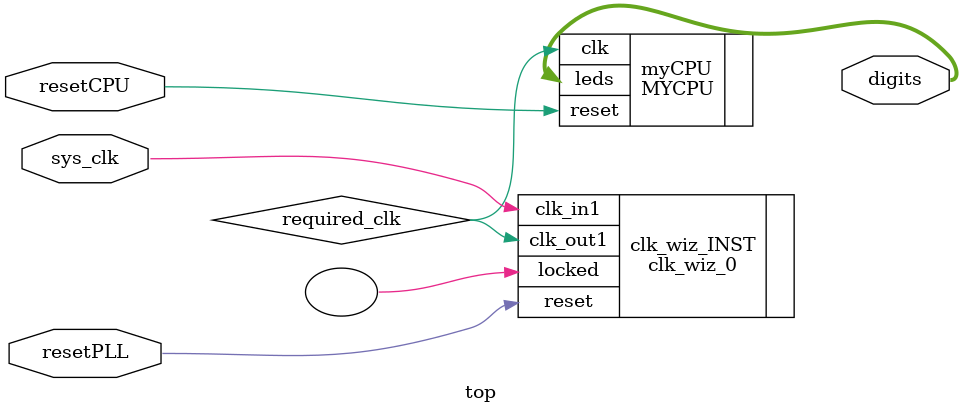
<source format=v>
`timescale 1ns / 1ps

module top(
    input sys_clk,
    input resetCPU,
    input resetPLL,
    output [11 : 0] digits
);

    wire required_clk;
    
    clk_wiz_0 clk_wiz_INST(
        .clk_out1(required_clk),
        .reset(resetPLL),
        .locked(),
        .clk_in1(sys_clk)
    );

    MYCPU myCPU(
        .clk(required_clk),
        .reset(resetCPU),
        .leds(digits)
    );

endmodule

</source>
